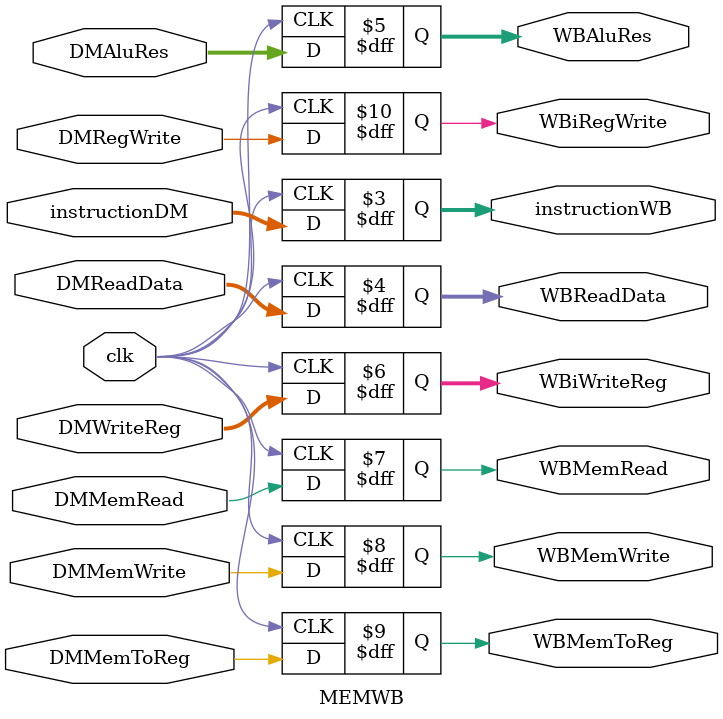
<source format=v>
module MEMWB(clk,instructionDM,DMMemRead,DMMemWrite,DMMemToReg,DMRegWrite,DMWriteReg,DMReadData,DMAluRes,
            instructionWB,WBMemRead,WBMemWrite,WBMemToReg,WBiRegWrite,WBiWriteReg,WBReadData,WBAluRes);
            input clk,DMMemRead,DMMemWrite,DMMemToReg,DMRegWrite;
            input[4:0]DMWriteReg;
            input[31:0] instructionDM,DMReadData,DMAluRes;
            output [31:0]instructionWB,WBReadData,WBAluRes;
            output [4:0]WBiWriteReg;
            output WBMemRead,WBMemWrite,WBMemToReg,WBiRegWrite;
            reg [31:0]instructionWB,WBReadData,WBAluRes;
            reg [4:0]WBiWriteReg;
            reg WBMemRead,WBMemWrite,WBMemToReg,WBiRegWrite;
            wire  clk,DMMemRead,DMMemWrite,DMMemToReg,DMRegWrite;
            wire [4:0]DMWriteReg;
            wire [31:0] instructionDM,DMReadData,DMAluRes;
            initial
            begin
                instructionWB=32'b0;
            end
            always@(posedge clk) begin
                WBMemRead<=DMMemRead ;
                WBMemWrite<=DMMemWrite;
                WBMemToReg<=DMMemToReg ;
                WBiRegWrite<=DMRegWrite;
                WBiWriteReg<=DMWriteReg;
                instructionWB<=instructionDM ;
                WBReadData<=DMReadData ;
                WBAluRes<=DMAluRes ;
            end
endmodule
</source>
